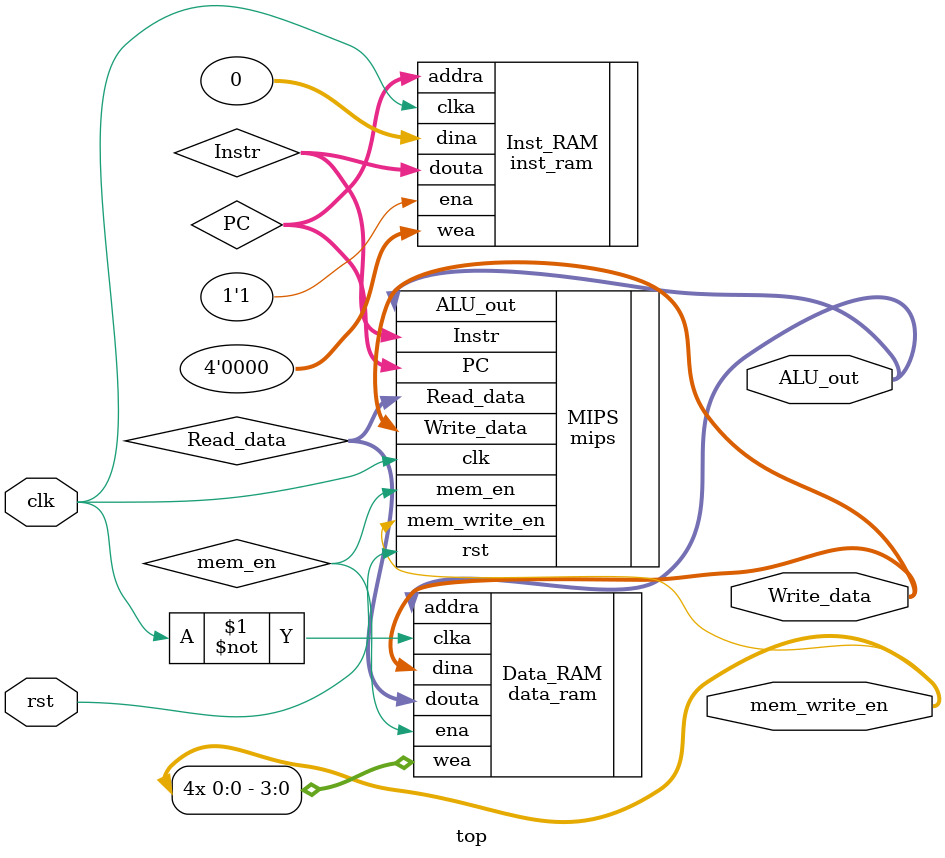
<source format=v>
module top(
	input clk,rst,

	output [31:0] Write_data,
	output [31:0] ALU_out,
	output mem_write_en
	);
	
	// wire [31:0] ALU_out;
 //    // wire [31:0] Write_data;
    wire [31:0] PC;
	wire mem_en;


	wire [31:0] Read_data;
	wire [31:0] Instr;
	
	mips MIPS(
		.clk(clk),.rst(rst),

		.Read_data(Read_data),
		.Instr(Instr),

		.ALU_out(ALU_out),
		.Write_data(Write_data),
		.PC(PC),
		.mem_en(mem_en),
		.mem_write_en(mem_write_en)
	);
	
//指令存储器
	inst_ram Inst_RAM (
		.clka(clk),    // input wire clka  														//时钟取反
		.ena(1'b1),      // input wire ena  使能
		.wea(4'b0),      // input wire [3 : 0] wea  写使能
		.addra(PC),  // input wire [4 : 0] addra   读地址
		.dina(32'b0),    // input wire [31 : 0] dina    写数据

		.douta(Instr)  // output wire [31 : 0] douta    读数据
	);
	
//数据存储器
	data_ram Data_RAM (
		.clka(~clk),    // input wire clka
		.ena(mem_en),      // input wire ena  使能
		.wea({4{mem_write_en}}),      // input wire [3 : 0] wea   写使能
		.addra(ALU_out),  // input wire [9 : 0] addra  读地址
		.dina(Write_data),    // input wire [31 : 0] dina    写数据

		.douta(Read_data)  // output wire [31 : 0] douta  读数据
	);

endmodule
</source>
